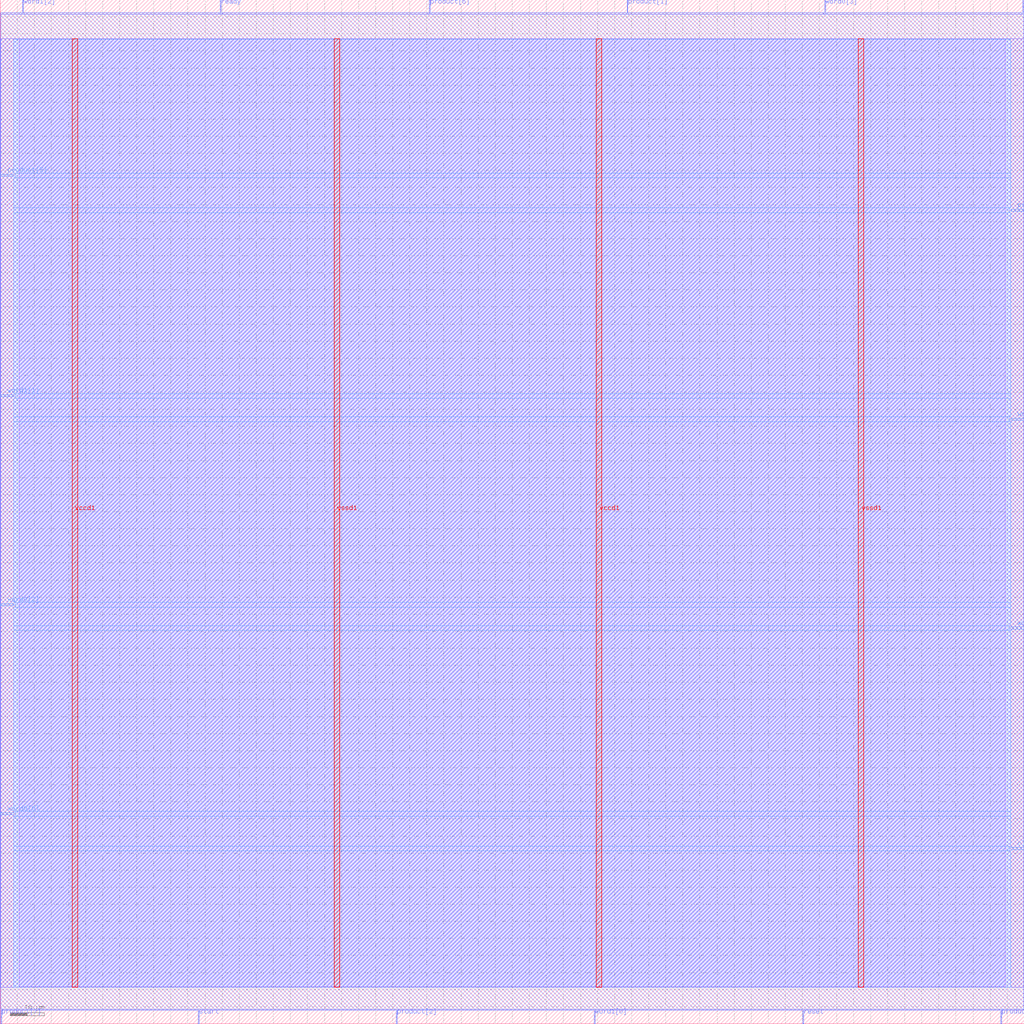
<source format=lef>
VERSION 5.7 ;
  NOWIREEXTENSIONATPIN ON ;
  DIVIDERCHAR "/" ;
  BUSBITCHARS "[]" ;
MACRO asmd_multiplier
  CLASS BLOCK ;
  FOREIGN asmd_multiplier ;
  ORIGIN 0.000 0.000 ;
  SIZE 300.000 BY 300.000 ;
  PIN clk
    DIRECTION INPUT ;
    USE SIGNAL ;
    PORT
      LAYER met3 ;
        RECT 296.000 51.040 300.000 51.640 ;
    END
  END clk
  PIN product[0]
    DIRECTION OUTPUT TRISTATE ;
    USE SIGNAL ;
    PORT
      LAYER met2 ;
        RECT 299.550 296.000 299.830 300.000 ;
    END
  END product[0]
  PIN product[1]
    DIRECTION OUTPUT TRISTATE ;
    USE SIGNAL ;
    PORT
      LAYER met2 ;
        RECT 183.630 296.000 183.910 300.000 ;
    END
  END product[1]
  PIN product[2]
    DIRECTION OUTPUT TRISTATE ;
    USE SIGNAL ;
    PORT
      LAYER met2 ;
        RECT 116.010 0.000 116.290 4.000 ;
    END
  END product[2]
  PIN product[3]
    DIRECTION OUTPUT TRISTATE ;
    USE SIGNAL ;
    PORT
      LAYER met3 ;
        RECT 296.000 238.040 300.000 238.640 ;
    END
  END product[3]
  PIN product[4]
    DIRECTION OUTPUT TRISTATE ;
    USE SIGNAL ;
    PORT
      LAYER met2 ;
        RECT 293.110 0.000 293.390 4.000 ;
    END
  END product[4]
  PIN product[5]
    DIRECTION OUTPUT TRISTATE ;
    USE SIGNAL ;
    PORT
      LAYER met3 ;
        RECT 0.000 248.240 4.000 248.840 ;
    END
  END product[5]
  PIN product[6]
    DIRECTION OUTPUT TRISTATE ;
    USE SIGNAL ;
    PORT
      LAYER met2 ;
        RECT 125.670 296.000 125.950 300.000 ;
    END
  END product[6]
  PIN product[7]
    DIRECTION OUTPUT TRISTATE ;
    USE SIGNAL ;
    PORT
      LAYER met2 ;
        RECT 0.090 0.000 0.370 4.000 ;
    END
  END product[7]
  PIN ready
    DIRECTION OUTPUT TRISTATE ;
    USE SIGNAL ;
    PORT
      LAYER met2 ;
        RECT 64.490 296.000 64.770 300.000 ;
    END
  END ready
  PIN reset
    DIRECTION INPUT ;
    USE SIGNAL ;
    PORT
      LAYER met2 ;
        RECT 235.150 0.000 235.430 4.000 ;
    END
  END reset
  PIN start
    DIRECTION INPUT ;
    USE SIGNAL ;
    PORT
      LAYER met2 ;
        RECT 58.050 0.000 58.330 4.000 ;
    END
  END start
  PIN vccd1
    DIRECTION INPUT ;
    USE POWER ;
    PORT
      LAYER met4 ;
        RECT 21.040 10.640 22.640 288.560 ;
    END
    PORT
      LAYER met4 ;
        RECT 174.640 10.640 176.240 288.560 ;
    END
  END vccd1
  PIN vssd1
    DIRECTION INPUT ;
    USE GROUND ;
    PORT
      LAYER met4 ;
        RECT 97.840 10.640 99.440 288.560 ;
    END
    PORT
      LAYER met4 ;
        RECT 251.440 10.640 253.040 288.560 ;
    END
  END vssd1
  PIN word0[0]
    DIRECTION INPUT ;
    USE SIGNAL ;
    PORT
      LAYER met3 ;
        RECT 0.000 61.240 4.000 61.840 ;
    END
  END word0[0]
  PIN word0[1]
    DIRECTION INPUT ;
    USE SIGNAL ;
    PORT
      LAYER met3 ;
        RECT 296.000 176.840 300.000 177.440 ;
    END
  END word0[1]
  PIN word0[2]
    DIRECTION INPUT ;
    USE SIGNAL ;
    PORT
      LAYER met3 ;
        RECT 0.000 122.440 4.000 123.040 ;
    END
  END word0[2]
  PIN word0[3]
    DIRECTION INPUT ;
    USE SIGNAL ;
    PORT
      LAYER met2 ;
        RECT 241.590 296.000 241.870 300.000 ;
    END
  END word0[3]
  PIN word1[0]
    DIRECTION INPUT ;
    USE SIGNAL ;
    PORT
      LAYER met2 ;
        RECT 173.970 0.000 174.250 4.000 ;
    END
  END word1[0]
  PIN word1[1]
    DIRECTION INPUT ;
    USE SIGNAL ;
    PORT
      LAYER met3 ;
        RECT 0.000 183.640 4.000 184.240 ;
    END
  END word1[1]
  PIN word1[2]
    DIRECTION INPUT ;
    USE SIGNAL ;
    PORT
      LAYER met2 ;
        RECT 6.530 296.000 6.810 300.000 ;
    END
  END word1[2]
  PIN word1[3]
    DIRECTION INPUT ;
    USE SIGNAL ;
    PORT
      LAYER met3 ;
        RECT 296.000 115.640 300.000 116.240 ;
    END
  END word1[3]
  OBS
      LAYER li1 ;
        RECT 5.520 10.795 294.400 288.405 ;
      LAYER met1 ;
        RECT 0.070 10.640 299.850 288.560 ;
      LAYER met2 ;
        RECT 0.100 295.720 6.250 296.210 ;
        RECT 7.090 295.720 64.210 296.210 ;
        RECT 65.050 295.720 125.390 296.210 ;
        RECT 126.230 295.720 183.350 296.210 ;
        RECT 184.190 295.720 241.310 296.210 ;
        RECT 242.150 295.720 299.270 296.210 ;
        RECT 0.100 4.280 299.820 295.720 ;
        RECT 0.650 4.000 57.770 4.280 ;
        RECT 58.610 4.000 115.730 4.280 ;
        RECT 116.570 4.000 173.690 4.280 ;
        RECT 174.530 4.000 234.870 4.280 ;
        RECT 235.710 4.000 292.830 4.280 ;
        RECT 293.670 4.000 299.820 4.280 ;
      LAYER met3 ;
        RECT 4.000 249.240 296.000 288.485 ;
        RECT 4.400 247.840 296.000 249.240 ;
        RECT 4.000 239.040 296.000 247.840 ;
        RECT 4.000 237.640 295.600 239.040 ;
        RECT 4.000 184.640 296.000 237.640 ;
        RECT 4.400 183.240 296.000 184.640 ;
        RECT 4.000 177.840 296.000 183.240 ;
        RECT 4.000 176.440 295.600 177.840 ;
        RECT 4.000 123.440 296.000 176.440 ;
        RECT 4.400 122.040 296.000 123.440 ;
        RECT 4.000 116.640 296.000 122.040 ;
        RECT 4.000 115.240 295.600 116.640 ;
        RECT 4.000 62.240 296.000 115.240 ;
        RECT 4.400 60.840 296.000 62.240 ;
        RECT 4.000 52.040 296.000 60.840 ;
        RECT 4.000 50.640 295.600 52.040 ;
        RECT 4.000 10.715 296.000 50.640 ;
  END
END asmd_multiplier
END LIBRARY


</source>
